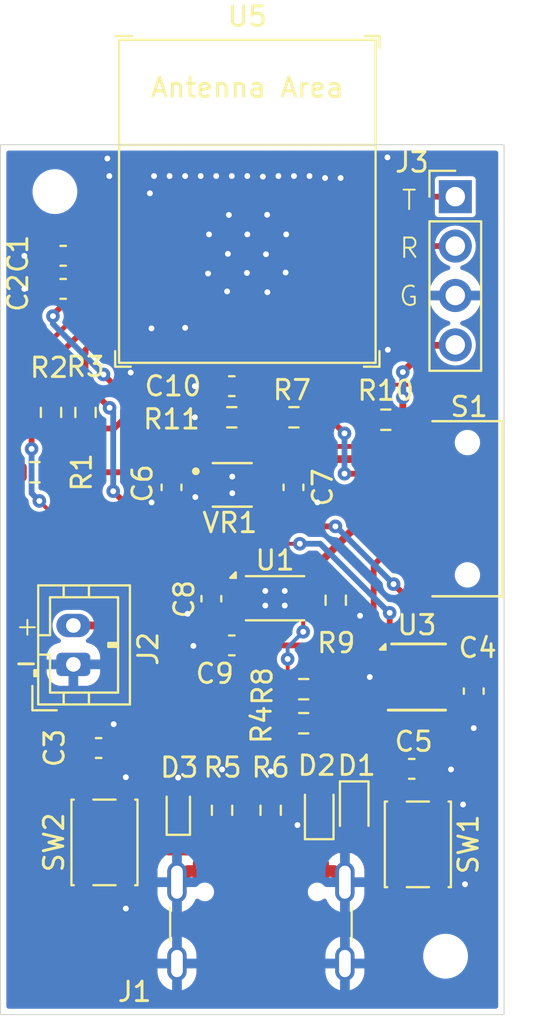
<source format=kicad_pcb>
(kicad_pcb (version 20240108) (generator "pcbnew") (generator_version "8.0")
  (layers (0 "F.Cu" signal) (31 "B.Cu" signal) (34 "B.Paste" user) (35 "F.Paste" user) (36 "B.SilkS" user "B.Silkscreen") (37 "F.SilkS" user "F.Silkscreen") (38 "B.Mask" user) (39 "F.Mask" user) (44 "Edge.Cuts" user))
  (net 0 "")
  (net 1 "GND")
  (net 2 "+3V3")
  (net 3 "/EN")
  (net 4 "/GPIO9")
  (net 5 "/OUT")
  (net 6 "/USB_5V")
  (net 7 "/V_BAT")
  (net 8 "Net-(D1-K)")
  (net 9 "Net-(D2-A)")
  (net 10 "Net-(J1-CC1)")
  (net 17 "Net-(J1-CC2)")
  (net 18 "/U0TXD")
  (net 19 "/U0RXD")
  (net 20 "/SDA")
  (net 21 "/SCL")
  (net 22 "Net-(C9-Pad1)")
  (net 23 "Net-(U1-STAT)")
  (net 24 "Net-(U5-GPIO8)")
  (net 25 "Net-(U1-PROG)")
  (net 53 "/GPIO4")
  (footprint "Resistor_SMD:R_0603_1608Metric" (layer "F.Cu") (at 127.2 93.55 90)
    (property "Reference" "R2")
    (property "Value" "4.7KΩ" (hide yes))
  )
  (footprint "Connector_USB:USB_C_Receptacle_GCT_USB4105-xx-A_16P_TopMnt_Horizontal" (layer "F.Cu") (at 138 120.8)
    (property "Reference" "J1")
    (property "Value" "USB_C_Receptacle_USB2.0_16P" (hide yes))
  )
  (footprint "Package_SON:Texas_PWSON-N6" (layer "F.Cu") (at 146.025 107.15)
    (property "Reference" "U3")
    (property "Value" "HDC1080" (hide yes))
  )
  (footprint "Resistor_SMD:R_0603_1608Metric" (layer "F.Cu") (at 140.2 109.525 180)
    (property "Reference" "R4")
    (property "Value" "470Ω" (hide yes))
  )
  (footprint "Capacitor_SMD:C_0603_1608Metric" (layer "F.Cu") (at 136.5 92.2 180)
    (property "Reference" "C10")
    (property "Value" "0.1uF" (hide yes))
  )
  (footprint "Resistor_SMD:R_0603_1608Metric" (layer "F.Cu") (at 136 114 90)
    (property "Reference" "R5")
    (property "Value" "5.1KΩ" (hide yes))
  )
  (footprint "Diode_SMD:D_SOD-523" (layer "F.Cu") (at 133.75 114 90)
    (property "Reference" "D3")
    (property "Value" "TPD1E10B06DPYR" (hide yes))
  )
  (footprint "Resistor_SMD:R_0603_1608Metric" (layer "F.Cu") (at 139.7 93.8 180)
    (property "Reference" "R7")
    (property "Value" "470KΩ" (hide yes))
  )
  (footprint "Resistor_SMD:R_0603_1608Metric" (layer "F.Cu") (at 140.2 107.775)
    (property "Reference" "R8")
    (property "Value" "470Ω" (hide yes))
  )
  (footprint "Capacitor_SMD:C_0603_1608Metric" (layer "F.Cu") (at 129.65 110.8)
    (property "Reference" "C3")
    (property "Value" "1uF" (hide yes))
  )
  (footprint "Capacitor_SMD:C_0603_1608Metric" (layer "F.Cu") (at 135.45 103.125 90)
    (property "Reference" "C8")
    (property "Value" "4.7uF" (hide yes))
  )
  (footprint "Capacitor_SMD:C_0603_1608Metric" (layer "F.Cu") (at 145.76 111.87)
    (property "Reference" "C5")
    (property "Value" "0.1uF" (hide yes))
  )
  (footprint "Package_DFN_QFN:DFN-8-1EP_3x2mm_P0.5mm_EP1.7x1.4mm" (layer "F.Cu") (at 138.725 103.1)
    (property "Reference" "U1")
    (property "Value" "MCP73831-2-MC" (hide yes))
  )
  (footprint "Resistor_SMD:R_0603_1608Metric" (layer "F.Cu") (at 141.85 103.2 -90)
    (property "Reference" "R9")
    (property "Value" "2KΩ" (hide yes))
  )
  (footprint "Capacitor_SMD:C_0603_1608Metric" (layer "F.Cu") (at 148.95 107.875 -90)
    (property "Reference" "C4")
    (property "Value" "0.1uF" (hide yes))
  )
  (footprint "LED_SMD:LED_0603_1608Metric" (layer "F.Cu") (at 142.8 114 -90)
    (property "Reference" "D1")
    (property "Value" "RED" (hide yes))
  )
  (footprint "Capacitor_SMD:C_0603_1608Metric" (layer "F.Cu") (at 139.675 97.4 -90)
    (property "Reference" "C7")
    (property "Value" "1uF" (hide yes))
  )
  (footprint "Resistor_SMD:R_0603_1608Metric" (layer "F.Cu") (at 138.5 114 -90)
    (property "Reference" "R6")
    (property "Value" "5.1KΩ" (hide yes))
  )
  (footprint "Resistor_SMD:R_0603_1608Metric" (layer "F.Cu") (at 126.375 96.625 180)
    (property "Reference" "R1")
    (property "Value" "10KΩ" (hide yes))
  )
  (footprint "Connector_PinHeader_2.54mm:PinHeader_1x04_P2.54mm_Vertical" (layer "F.Cu") (at 148 82.46)
    (property "Reference" "J3")
    (property "Value" "UART" (hide yes))
  )
  (footprint "MountingHole:MountingHole_2mm" (layer "F.Cu") (at 127.4 82.2)
    (property "Reference" "H1" (hide yes))
    (property "Value" "MountingHole" (hide yes))
  )
  (footprint "Capacitor_SMD:C_0603_1608Metric" (layer "F.Cu") (at 136.5 105.525 180)
    (property "Reference" "C9")
    (property "Value" "4.7uF" (hide yes))
  )
  (footprint "Button_Switch_SMD:SW_SPST_PTS810" (layer "F.Cu") (at 129.95 115.65 90)
    (property "Reference" "SW2")
    (property "Value" "RESET" (hide yes))
  )
  (footprint "PCM_Espressif:ESP32-H2-MINI-1" (layer "F.Cu") (at 137.3 82.7)
    (property "Reference" "U5")
    (property "Value" "ESP32-H2-MINI-1" (hide yes))
  )
  (footprint "Resistor_SMD:R_0603_1608Metric" (layer "F.Cu") (at 128.975 93.55 90)
    (property "Reference" "R3")
    (property "Value" "4.7KΩ" (hide yes))
  )
  (footprint "MountingHole:MountingHole_2mm" (layer "F.Cu") (at 147.5 121.5)
    (property "Reference" "H2" (hide yes))
    (property "Value" "MountingHole" (hide yes))
  )
  (footprint "Button_Switch_SMD:SW_SPST_PTS810" (layer "F.Cu") (at 146.075 115.75 -90)
    (property "Reference" "SW1")
    (property "Value" "BOOT" (hide yes))
  )
  (footprint "Capacitor_SMD:C_0603_1608Metric" (layer "F.Cu") (at 127.825 85.5 180)
    (property "Reference" "C1")
    (property "Value" "10uF" (hide yes))
  )
  (footprint "Resistor_SMD:R_0603_1608Metric" (layer "F.Cu") (at 144.425 93.925 180)
    (property "Reference" "R10")
    (property "Value" "10KΩ" (hide yes))
  )
  (footprint "TLV75533PDRVR:VREG_TLV75533PDRVR" (layer "F.Cu") (at 136.525 97.275)
    (property "Reference" "VR1")
    (property "Value" "TLV75533PDRVR" (hide yes))
  )
  (footprint "Connector_JST:JST_PH_B2B-PH-K_1x02_P2.00mm_Vertical" (layer "F.Cu") (at 128.35 106.5 90)
    (property "Reference" "J2")
    (property "Value" "Bat_Conn" (hide yes))
  )
  (footprint "LED_SMD:LED_0603_1608Metric" (layer "F.Cu") (at 141 114 90)
    (property "Reference" "D2")
    (property "Value" "GREEN" (hide yes))
  )
  (footprint "Capacitor_SMD:C_0603_1608Metric" (layer "F.Cu") (at 127.825 87.2 180)
    (property "Reference" "C2")
    (property "Value" "0.1uF" (hide yes))
  )
  (footprint "Resistor_SMD:R_0603_1608Metric" (layer "F.Cu") (at 136.5 93.8 180)
    (property "Reference" "R11")
    (property "Value" "100KΩ" (hide yes))
  )
  (footprint "JS102011SAQN:SW_JS102011SAQN" (layer "F.Cu") (at 148.625 98.5 90)
    (property "Reference" "S1")
    (property "Value" "JS102011SAQN" (hide yes))
  )
  (footprint "Capacitor_SMD:C_0603_1608Metric" (layer "F.Cu") (at 133.4 97.4 -90)
    (property "Reference" "C6")
    (property "Value" "1uF" (hide yes))
  )
  (gr_rect (start 124.6 79.79) (end 150.51 124.5) (stroke (width 0.05)) (fill none) (layer "Edge.Cuts"))
  (gr_text "-" (at 125.2 106.4 0) (layer "F.SilkS") (effects (font (size 1 1)) (justify left)))
  (gr_text "T" (at 145.18 82.64 0) (layer "F.SilkS") (effects (font (size 1 1) (thickness 0.1)) (justify left)))
  (gr_text "+" (at 125.3 105.1 0) (layer "F.SilkS") (effects (font (size 1 1) (thickness 0.1)) (justify left bottom)))
  (gr_text "G" (at 145.04 87.57 0) (layer "F.SilkS") (effects (font (size 1 1) (thickness 0.1)) (justify left)))
  (gr_text "R" (at 145.07 85.1 0) (layer "F.SilkS") (effects (font (size 1 1) (thickness 0.1)) (justify left)))
  (segment (start 133.3 80.5) (end 133.3 81.4) (width 0.35) (layer "F.Cu") (net 1))
  (segment (start 134.1 90.3) (end 134.1 89.2) (width 0.35) (layer "F.Cu") (net 1))
  (segment (start 131.35 90.35) (end 131.35 91.45) (width 0.35) (layer "F.Cu") (net 1))
  (segment (start 135.675 93.8) (end 134.6 93.8) (width 0.6) (layer "F.Cu") (net 1))
  (segment (start 144.51 90.35) (end 144.53 90.33) (width 0.6) (layer "F.Cu") (net 1))
  (segment (start 131.35 91.45) (end 131.3 91.5) (width 0.2) (layer "F.Cu") (net 1))
  (segment (start 143.25 90.35) (end 144.51 90.35) (width 0.6) (layer "F.Cu") (net 1))
  (segment (start 144.625 107.15) (end 143.6 107.15) (width 0.35) (layer "F.Cu") (net 1))
  (segment (start 132.37 89.23) (end 132.2 89.4) (width 0.35) (layer "F.Cu") (net 1))
  (segment (start 148.475 117.825) (end 148.5 117.8) (width 0.2) (layer "F.Cu") (net 1))
  (segment (start 143.25 80.45) (end 144.5 80.45) (width 0.6) (layer "F.Cu") (net 1))
  (segment (start 139.7 81.4) (end 139.7 80.5) (width 0.35) (layer "F.Cu") (net 1))
  (segment (start 132.2 89.4) (end 131.4 89.4) (width 0.35) (layer "F.Cu") (net 1))
  (segment (start 131.4 81.4) (end 130.2 81.4) (width 0.35) (layer "F.Cu") (net 1))
  (segment (start 136.5 80.5) (end 136.5 81.4) (width 0.35) (layer "F.Cu") (net 1))
  (segment (start 140.905 98.175) (end 139.675 98.175) (width 0.6) (layer "F.Cu") (net 1))
  (segment (start 135.7 81.4) (end 135.7 80.5) (width 0.35) (layer "F.Cu") (net 1))
  (segment (start 141.25 117.07) (end 141.2 117.12) (width 0.2) (layer "F.Cu") (net 1))
  (segment (start 148.375 113.675) (end 148.4 113.7) (width 0.2) (layer "F.Cu") (net 1))
  (segment (start 131.025 113.575) (end 131.025 112.325) (width 0.6) (layer "F.Cu") (net 1))
  (segment (start 140.175 103.35) (end 141.175 103.35) (width 0.2) (layer "F.Cu") (net 1))
  (segment (start 139.9075 114.7875) (end 139.88 114.76) (width 0.6) (layer "F.Cu") (net 1))
  (segment (start 134.255 117.12) (end 133.68 117.695) (width 0.6) (layer "F.Cu") (net 1))
  (segment (start 138.9 81.4) (end 138.9 80.5) (width 0.35) (layer "F.Cu") (net 1))
  (segment (start 141.85 104.025) (end 143.075 104.025) (width 0.6) (layer "F.Cu") (net 1))
  (segment (start 131.025 117.725) (end 131.025 119.025) (width 0.6) (layer "F.Cu") (net 1))
  (segment (start 127.05 87.2) (end 125.825 87.2) (width 0.6) (layer "F.Cu") (net 1))
  (segment (start 141.175 103.35) (end 141.85 104.025) (width 0.2) (layer "F.Cu") (net 1))
  (segment (start 131.025 112.325) (end 131.05 112.3) (width 0.6) (layer "F.Cu") (net 1))
  (segment (start 133.75 112.33) (end 133.74 112.32) (width 0.6) (layer "F.Cu") (net 1))
  (segment (start 138.1 80.5) (end 138.1 81.43) (width 0.35) (layer "F.Cu") (net 1))
  (segment (start 148.95 108.65) (end 148.95 109.775) (width 0.6) (layer "F.Cu") (net 1))
  (segment (start 127.05 85.5) (end 125.825 85.5) (width 0.6) (layer "F.Cu") (net 1))
  (segment (start 134.8 117.12) (end 134.255 117.12) (width 0.6) (layer "F.Cu") (net 1))
  (segment (start 132.2875 82.2875) (end 132.2 82.2) (width 0.35) (layer "F.Cu") (net 1))
  (segment (start 132.2 82.2) (end 131.4 82.2) (width 0.35) (layer "F.Cu") (net 1))
  (segment (start 147.78 111.9) (end 146.565 111.9) (width 0.6) (layer "F.Cu") (net 1))
  (segment (start 141.745 117.12) (end 142.32 117.695) (width 0.6) (layer "F.Cu") (net 1))
  (segment (start 131.025 119.025) (end 131.05 119.05) (width 0.6) (layer "F.Cu") (net 1))
  (segment (start 132.5 81.4) (end 132.5 80.5) (width 0.35) (layer "F.Cu") (net 1))
  (segment (start 143.075 104.025) (end 143.1 104) (width 0.6) (layer "F.Cu") (net 1))
  (segment (start 135.55 97.925) (end 134.65 97.925) (width 0.25) (layer "F.Cu") (net 1))
  (segment (start 135.725 92.2) (end 134.6 92.2) (width 0.6) (layer "F.Cu") (net 1))
  (segment (start 130.425 110.8) (end 130.425 109.575) (width 0.6) (layer "F.Cu") (net 1))
  (segment (start 146.565 111.9) (end 146.535 111.87) (width 0.6) (layer "F.Cu") (net 1))
  (segment (start 147.15 113.675) (end 148.375 113.675) (width 0.6) (layer "F.Cu") (net 1))
  (segment (start 136 111.9) (end 136 113.175) (width 0.6) (layer "F.Cu") (net 1))
  (segment (start 138.5 113.175) (end 138.5 112) (width 0.6) (layer "F.Cu") (net 1))
  (segment (start 141.2 117.12) (end 141.745 117.12) (width 0.6) (layer "F.Cu") (net 1))
  (segment (start 134.1 81.4) (end 134.1 80.5) (width 0.35) (layer "F.Cu") (net 1))
  (segment (start 134.9 81.4) (end 134.9 80.5) (width 0.35) (layer "F.Cu") (net 1))
  (segment (start 144.5 80.45) (end 144.51 80.44) (width 0.6) (layer "F.Cu") (net 1))
  (segment (start 134.55 105.525) (end 134.525 105.55) (width 0.6) (layer "F.Cu") (net 1))
  (segment (start 135.725 105.525) (end 134.55 105.525) (width 0.6) (layer "F.Cu") (net 1))
  (segment (start 133.75 113.3) (end 133.75 112.33) (width 0.6) (layer "F.Cu") (net 1))
  (segment (start 134.65 97.925) (end 134.625 97.9) (width 0.25) (layer "F.Cu") (net 1))
  (segment (start 135.45 103.9) (end 134.225 103.9) (width 0.6) (layer "F.Cu") (net 1))
  (segment (start 142.1 80.5) (end 142.1 81.5) (width 0.35) (layer "F.Cu") (net 1))
  (segment (start 140.5 81.4) (end 140.5 80.5) (width 0.35) (layer "F.Cu") (net 1))
  (segment (start 130.15 80.45) (end 130.1 80.5) (width 0.2) (layer "F.Cu") (net 1))
  (segment (start 132.375 98.175) (end 133.4 98.175) (width 0.6) (layer "F.Cu") (net 1))
  (segment (start 141 114.7875) (end 139.9075 114.7875) (width 0.6) (layer "F.Cu") (net 1))
  (segment (start 131.35 80.45) (end 130.15 80.45) (width 0.35) (layer "F.Cu") (net 1))
  (segment (start 137.3 80.5) (end 137.3 81.4) (width 0.35) (layer "F.Cu") (net 1))
  (segment (start 141.3 80.5) (end 141.3 81.5) (width 0.35) (layer "F.Cu") (net 1))
  (segment (start 147.15 117.825) (end 148.475 117.825) (width 0.6) (layer "F.Cu") (net 1))
  (via (at 136.525 96.85) (size 0.7) (drill 0.3) (layers "F.Cu" "B.Cu") (net 1))
  (via (at 144.53 90.33) (size 0.7) (drill 0.3) (layers "F.Cu" "B.Cu") (net 1))
  (via (at 133.3 81.4) (size 0.7) (drill 0.3) (layers "F.Cu" "B.Cu") (net 1))
  (via (at 131.3 91.5) (size 0.7) (drill 0.3) (layers "F.Cu" "B.Cu") (net 1))
  (via (at 137.3 84.4) (size 0.7) (drill 0.3) (layers "F.Cu" "B.Cu") (net 1))
  (via (at 138.5 112) (size 0.7) (drill 0.3) (layers "F.Cu" "B.Cu") (net 1))
  (via (at 137.28 86.38) (size 0.7) (drill 0.3) (layers "F.Cu" "B.Cu") (net 1))
  (via (at 138.1 81.43) (size 0.7) (drill 0.3) (layers "F.Cu" "B.Cu") (net 1))
  (via (at 138.225 102.725) (size 0.7) (drill 0.3) (layers "F.Cu" "B.Cu") (net 1))
  (via (at 136.35 83.4) (size 0.7) (drill 0.3) (layers "F.Cu" "B.Cu") (net 1))
  (via (at 134.225 103.9) (size 0.7) (drill 0.3) (layers "F.Cu" "B.Cu") (net 1))
  (via (at 135.7 81.4) (size 0.7) (drill 0.3) (layers "F.Cu" "B.Cu") (net 1))
  (via (at 144.51 80.44) (size 0.7) (drill 0.3) (layers "F.Cu" "B.Cu") (net 1))
  (via (at 138.9 81.4) (size 0.7) (drill 0.3) (layers "F.Cu" "B.Cu") (net 1))
  (via (at 138.26 85.42) (size 0.7) (drill 0.3) (layers "F.Cu" "B.Cu") (net 1))
  (via (at 136.26 87.33) (size 0.7) (drill 0.3) (layers "F.Cu" "B.Cu") (net 1))
  (via (at 147.78 111.9) (size 0.7) (drill 0.3) (layers "F.Cu" "B.Cu") (net 1))
  (via (at 139.3 84.4) (size 0.7) (drill 0.3) (layers "F.Cu" "B.Cu") (net 1))
  (via (at 132.375 98.175) (size 0.7) (drill 0.3) (layers "F.Cu" "B.Cu") (net 1))
  (via (at 130.1 80.5) (size 0.7) (drill 0.3) (layers "F.Cu" "B.Cu") (net 1))
  (via (at 131.05 112.3) (size 0.7) (drill 0.3) (layers "F.Cu" "B.Cu") (net 1))
  (via (at 135.28 86.41) (size 0.7) (drill 0.3) (layers "F.Cu" "B.Cu") (net 1))
  (via (at 148.5 117.8) (size 0.7) (drill 0.3) (layers "F.Cu" "B.Cu") (net 1))
  (via (at 130.2 81.4) (size 0.7) (drill 0.3) (layers "F.Cu" "B.Cu") (net 1))
  (via (at 143.6 107.15) (size 0.7) (drill 0.3) (layers "F.Cu" "B.Cu") (net 1))
  (via (at 132.5 81.4) (size 0.7) (drill 0.3) (layers "F.Cu" "B.Cu") (net 1))
  (via (at 136.525 97.7) (size 0.7) (drill 0.3) (layers "F.Cu" "B.Cu") (net 1))
  (via (at 140.5 81.4) (size 0.7) (drill 0.3) (layers "F.Cu" "B.Cu") (net 1))
  (via (at 139.225 102.725) (size 0.7) (drill 0.3) (layers "F.Cu" "B.Cu") (net 1))
  (via (at 133.74 112.32) (size 0.7) (drill 0.3) (layers "F.Cu" "B.Cu") (net 1))
  (via (at 134.625 97.9) (size 0.7) (drill 0.3) (layers "F.Cu" "B.Cu") (net 1))
  (via (at 140.905 98.175) (size 0.7) (drill 0.3) (layers "F.Cu" "B.Cu") (net 1))
  (via (at 137.3 81.4) (size 0.7) (drill 0.3) (layers "F.Cu" "B.Cu") (net 1))
  (via (at 139.88 114.76) (size 0.7) (drill 0.3) (layers "F.Cu" "B.Cu") (net 1))
  (via (at 139.27 86.36) (size 0.7) (drill 0.3) (layers "F.Cu" "B.Cu") (net 1))
  (via (at 134.1 81.4) (size 0.7) (drill 0.3) (layers "F.Cu" "B.Cu") (net 1))
  (via (at 130.425 109.575) (size 0.7) (drill 0.3) (layers "F.Cu" "B.Cu") (net 1))
  (via (at 138.225 103.475) (size 0.7) (drill 0.3) (layers "F.Cu" "B.Cu") (net 1))
  (via (at 134.9 81.4) (size 0.7) (drill 0.3) (layers "F.Cu" "B.Cu") (net 1))
  (via (at 134.6 92.2) (size 0.7) (drill 0.3) (layers "F.Cu" "B.Cu") (net 1))
  (via (at 132.2875 82.2875) (size 0.7) (drill 0.3) (layers "F.Cu" "B.Cu") (net 1))
  (via (at 134.6 93.8) (size 0.7) (drill 0.3) (layers "F.Cu" "B.Cu") (net 1))
  (via (at 138.32 83.39) (size 0.7) (drill 0.3) (layers "F.Cu" "B.Cu") (net 1))
  (via (at 138.33 87.37) (size 0.7) (drill 0.3) (layers "F.Cu" "B.Cu") (net 1))
  (via (at 148.95 109.775) (size 0.7) (drill 0.3) (layers "F.Cu" "B.Cu") (net 1))
  (via (at 143.1 104) (size 0.7) (drill 0.3) (layers "F.Cu" "B.Cu") (net 1))
  (via (at 136.5 81.4) (size 0.7) (drill 0.3) (layers "F.Cu" "B.Cu") (net 1))
  (via (at 139.225 103.475) (size 0.7) (drill 0.3) (layers "F.Cu" "B.Cu") (net 1))
  (via (at 131.05 119.05) (size 0.7) (drill 0.3) (layers "F.Cu" "B.Cu") (net 1))
  (via (at 134.1 89.2) (size 0.7) (drill 0.3) (layers "F.Cu" "B.Cu") (net 1))
  (via (at 148.4 113.7) (size 0.7) (drill 0.3) (layers "F.Cu" "B.Cu") (net 1))
  (via (at 134.525 105.55) (size 0.7) (drill 0.3) (layers "F.Cu" "B.Cu") (net 1))
  (via (at 136 111.9) (size 0.7) (drill 0.3) (layers "F.Cu" "B.Cu") (net 1))
  (via (at 139.7 81.4) (size 0.7) (drill 0.3) (layers "F.Cu" "B.Cu") (net 1))
  (via (at 135.33 84.4) (size 0.7) (drill 0.3) (layers "F.Cu" "B.Cu") (net 1))
  (via (at 125.825 85.5) (size 0.7) (drill 0.3) (layers "F.Cu" "B.Cu") (net 1))
  (via (at 142.1 81.5) (size 0.7) (drill 0.3) (layers "F.Cu" "B.Cu") (net 1))
  (via (at 136.3 85.4) (size 0.7) (drill 0.3) (layers "F.Cu" "B.Cu") (net 1))
  (via (at 132.37 89.23) (size 0.7) (drill 0.3) (layers "F.Cu" "B.Cu") (net 1))
  (via (at 125.825 87.2) (size 0.7) (drill 0.3) (layers "F.Cu" "B.Cu") (net 1))
  (via (at 141.3 81.5) (size 0.7) (drill 0.3) (layers "F.Cu" "B.Cu") (net 1))
  (segment (start 143.71 94.9) (end 143.31 95.3) (width 0.25) (layer "F.Cu") (net 2))
  (segment (start 143.31 95.3) (end 135.95 95.3) (width 0.25) (layer "F.Cu") (net 2))
  (segment (start 127.2 96.625) (end 127.2 94.375) (width 0.3) (layer "F.Cu") (net 2))
  (segment (start 148.9 107.15) (end 148.95 107.1) (width 0.35) (layer "F.Cu") (net 2))
  (segment (start 133.4 96.625) (end 127.2 96.625) (width 0.3) (layer "F.Cu") (net 2))
  (segment (start 131.175 93.65) (end 131.175 92.875) (width 0.3) (layer "F.Cu") (net 2))
  (segment (start 133.725 96.95) (end 133.4 96.625) (width 0.2) (layer "F.Cu") (net 2))
  (segment (start 128.6 87.2) (end 128.6 85.5) (width 0.3) (layer "F.Cu") (net 2))
  (segment (start 130.45 94.375) (end 131.175 93.65) (width 0.3) (layer "F.Cu") (net 2))
  (segment (start 147.425 107.15) (end 148.9 107.15) (width 0.35) (layer "F.Cu") (net 2))
  (segment (start 135.95 95.3) (end 135.55 95.7) (width 0.25) (layer "F.Cu") (net 2))
  (segment (start 135.55 96.625) (end 133.4 96.625) (width 0.25) (layer "F.Cu") (net 2))
  (segment (start 128.6 87.29) (end 128.6 87.2) (width 0.2) (layer "F.Cu") (net 2))
  (segment (start 127.2 94.375) (end 128.975 94.375) (width 0.3) (layer "F.Cu") (net 2))
  (segment (start 145.25 93.925) (end 145.3 93.875) (width 0.35) (layer "F.Cu") (net 2))
  (segment (start 147.625 95.125) (end 146.425 93.925) (width 0.35) (layer "F.Cu") (net 2))
  (segment (start 128.6 87.23) (end 128.6 87.2) (width 0.3) (layer "F.Cu") (net 2))
  (segment (start 129.72922 91.42922) (end 129.9 91.6) (width 0.2) (layer "F.Cu") (net 2))
  (segment (start 135.55 95.7) (end 135.55 96.625) (width 0.25) (layer "F.Cu") (net 2))
  (segment (start 127.3 88.6) (end 127.3 88.53) (width 0.3) (layer "F.Cu") (net 2))
  (segment (start 147.98 90.1) (end 148 90.08) (width 0.35) (layer "F.Cu") (net 2))
  (segment (start 146.675 90.1) (end 147.98 90.1) (width 0.35) (layer "F.Cu") (net 2))
  (segment (start 128.975 94.375) (end 130.45 94.375) (width 0.3) (layer "F.Cu") (net 2))
  (segment (start 145.3 91.475) (end 146.675 90.1) (width 0.35) (layer "F.Cu") (net 2))
  (segment (start 146.425 93.925) (end 145.25 93.925) (width 0.35) (layer "F.Cu") (net 2))
  (segment (start 131.175 92.875) (end 129.9 91.6) (width 0.3) (layer "F.Cu") (net 2))
  (segment (start 130.6 83) (end 128.6 85) (width 0.3) (layer "F.Cu") (net 2))
  (segment (start 127.3 88.6) (end 127.3 88.59) (width 0.2) (layer "F.Cu") (net 2))
  (segment (start 145.25 93.925) (end 145.25 94.4) (width 0.25) (layer "F.Cu") (net 2))
  (segment (start 145.25 94.4) (end 144.75 94.9) (width 0.25) (layer "F.Cu") (net 2))
  (segment (start 147.625 103.325) (end 147.625 95.125) (width 0.35) (layer "F.Cu") (net 2))
  (segment (start 148.95 107.1) (end 148.95 104.65) (width 0.35) (layer "F.Cu") (net 2))
  (segment (start 144.75 94.9) (end 143.71 94.9) (width 0.25) (layer "F.Cu") (net 2))
  (segment (start 131.4 83) (end 130.6 83) (width 0.3) (layer "F.Cu") (net 2))
  (segment (start 148.95 104.65) (end 147.625 103.325) (width 0.35) (layer "F.Cu") (net 2))
  (segment (start 145.3 93.875) (end 145.3 92.775) (width 0.35) (layer "F.Cu") (net 2))
  (segment (start 127.3 88.53) (end 128.6 87.23) (width 0.3) (layer "F.Cu") (net 2))
  (segment (start 128.6 85) (end 128.6 85.5) (width 0.3) (layer "F.Cu") (net 2))
  (via (at 127.3 88.6) (size 0.7) (drill 0.3) (layers "F.Cu" "B.Cu") (net 2))
  (via (at 129.9 91.6) (size 0.7) (drill 0.3) (layers "F.Cu" "B.Cu") (net 2))
  (via (at 145.3 92.775) (size 0.7) (drill 0.3) (layers "F.Cu" "B.Cu") (net 2))
  (via (at 145.3 91.475) (size 0.7) (drill 0.3) (layers "F.Cu" "B.Cu") (net 2))
  (segment (start 145.3 92.775) (end 145.3 91.475) (width 0.35) (layer "B.Cu") (net 2))
  (segment (start 127.3 89) (end 127.3 88.6) (width 0.3) (layer "B.Cu") (net 2))
  (segment (start 129.9 91.6) (end 127.3 89) (width 0.3) (layer "B.Cu") (net 2))
  (segment (start 129.9 91.6) (end 129.803139 91.503139) (width 0.2) (layer "B.Cu") (net 2))
  (segment (start 128.875 113.575) (end 128.875 110.8) (width 0.2) (layer "F.Cu") (net 3))
  (segment (start 125.525 96.6) (end 125.55 96.625) (width 0.25) (layer "F.Cu") (net 3))
  (segment (start 125.525 91.534052) (end 125.525 96.6) (width 0.25) (layer "F.Cu") (net 3))
  (segment (start 127.05 110.8) (end 128.875 110.8) (width 0.25) (layer "F.Cu") (net 3))
  (segment (start 130.059052 87) (end 125.525 91.534052) (width 0.25) (layer "F.Cu") (net 3))
  (segment (start 125.55 109.3) (end 127.05 110.8) (width 0.25) (layer "F.Cu") (net 3))
  (segment (start 128.875 117.725) (end 128.875 113.575) (width 0.2) (layer "F.Cu") (net 3))
  (segment (start 125.55 96.625) (end 125.55 109.3) (width 0.25) (layer "F.Cu") (net 3))
  (segment (start 131.4 87) (end 130.059052 87) (width 0.25) (layer "F.Cu") (net 3))
  (segment (start 141.3 91.2) (end 141.3 90.3) (width 0.2) (layer "F.Cu") (net 4))
  (segment (start 148.525 92.125) (end 142.225 92.125) (width 0.2) (layer "F.Cu") (net 4))
  (segment (start 145 111.885) (end 145 113.675) (width 0.2) (layer "F.Cu") (net 4))
  (segment (start 149.95 93.55) (end 148.525 92.125) (width 0.2) (layer "F.Cu") (net 4))
  (segment (start 145.12 111) (end 149 111) (width 0.2) (layer "F.Cu") (net 4))
  (segment (start 149 111) (end 149.95 110.05) (width 0.2) (layer "F.Cu") (net 4))
  (segment (start 144.985 111.87) (end 145 111.885) (width 0.2) (layer "F.Cu") (net 4))
  (segment (start 144.985 111.135) (end 145.12 111) (width 0.2) (layer "F.Cu") (net 4))
  (segment (start 142.225 92.125) (end 141.3 91.2) (width 0.2) (layer "F.Cu") (net 4))
  (segment (start 144.985 111.87) (end 144.985 111.135) (width 0.2) (layer "F.Cu") (net 4))
  (segment (start 145 117.825) (end 145 113.675) (width 0.2) (layer "F.Cu") (net 4))
  (segment (start 149.95 110.05) (end 149.95 93.55) (width 0.2) (layer "F.Cu") (net 4))
  (segment (start 139.68 96.62) (end 139.675 96.625) (width 0.4) (layer "F.Cu") (net 5))
  (segment (start 137.5 97.925) (end 138.375 97.925) (width 0.25) (layer "F.Cu") (net 5))
  (segment (start 141.58 95.95) (end 140.91 96.62) (width 0.4) (layer "F.Cu") (net 5))
  (segment (start 145.875 96) (end 145.825 95.95) (width 0.4) (layer "F.Cu") (net 5))
  (segment (start 140.91 96.62) (end 139.68 96.62) (width 0.4) (layer "F.Cu") (net 5))
  (segment (start 138.525 96.625) (end 139.675 96.625) (width 0.25) (layer "F.Cu") (net 5))
  (segment (start 145.825 95.95) (end 141.58 95.95) (width 0.4) (layer "F.Cu") (net 5))
  (segment (start 137.5 96.625) (end 138.525 96.625) (width 0.25) (layer "F.Cu") (net 5))
  (segment (start 138.375 97.925) (end 139.675 96.625) (width 0.25) (layer "F.Cu") (net 5))
  (segment (start 133.75 115.75) (end 133.75 114.7) (width 0.35) (layer "F.Cu") (net 6))
  (segment (start 133.55 102.35) (end 135.45 102.35) (width 0.35) (layer "F.Cu") (net 6))
  (segment (start 135.199999 116.145) (end 134.145 116.145) (width 0.35) (layer "F.Cu") (net 6))
  (segment (start 142.8 114.7875) (end 142.8 115.9) (width 0.2) (layer "F.Cu") (net 6))
  (segment (start 133.245 116.145) (end 132.5 115.4) (width 0.35) (layer "F.Cu") (net 6))
  (segment (start 134.145 116.145) (end 133.75 115.75) (width 0.35) (layer "F.Cu") (net 6))
  (segment (start 132.5 115.4) (end 132.5 103.4) (width 0.35) (layer "F.Cu") (net 6))
  (segment (start 135.6 117.8) (end 135.6 117.12) (width 0.3) (layer "F.Cu") (net 6))
  (segment (start 137.275 102.35) (end 135.45 102.35) (width 0.2) (layer "F.Cu") (net 6))
  (segment (start 135.6 116.545001) (end 135.6 117.12) (width 0.35) (layer "F.Cu") (net 6))
  (segment (start 132.5 103.4) (end 133.55 102.35) (width 0.35) (layer "F.Cu") (net 6))
  (segment (start 140.4 116.5) (end 140.4 117.12) (width 0.2) (layer "F.Cu") (net 6))
  (segment (start 140.8 116.1) (end 140.4 116.5) (width 0.2) (layer "F.Cu") (net 6))
  (segment (start 142.8 115.9) (end 142.6 116.1) (width 0.2) (layer "F.Cu") (net 6))
  (segment (start 142.6 116.1) (end 140.8 116.1) (width 0.2) (layer "F.Cu") (net 6))
  (segment (start 136.1 118.3) (end 135.6 117.8) (width 0.3) (layer "F.Cu") (net 6))
  (segment (start 137.275 102.85) (end 137.275 102.35) (width 0.2) (layer "F.Cu") (net 6))
  (segment (start 140.4 117.12) (end 140.4 117.8) (width 0.3) (layer "F.Cu") (net 6))
  (segment (start 134.145 116.145) (end 133.245 116.145) (width 0.35) (layer "F.Cu") (net 6))
  (segment (start 139.9 118.3) (end 136.1 118.3) (width 0.3) (layer "F.Cu") (net 6))
  (segment (start 140.4 117.8) (end 139.9 118.3) (width 0.3) (layer "F.Cu") (net 6))
  (segment (start 135.199999 116.145) (end 135.6 116.545001) (width 0.35) (layer "F.Cu") (net 6))
  (segment (start 140.525 93.8) (end 141.475 93.8) (width 0.3) (layer "F.Cu") (net 7))
  (segment (start 144.075 96.7) (end 145.875 98.5) (width 0.3) (layer "F.Cu") (net 7))
  (segment (start 142.3 96.7) (end 144.075 96.7) (width 0.3) (layer "F.Cu") (net 7))
  (segment (start 143.8 98.5) (end 141.2 101.1) (width 0.4) (layer "F.Cu") (net 7))
  (segment (start 141.2 101.1) (end 133.27 101.1) (width 0.4) (layer "F.Cu") (net 7))
  (segment (start 141.475 93.8) (end 142.3 94.625) (width 0.3) (layer "F.Cu") (net 7))
  (segment (start 145.775 98.4) (end 145.875 98.5) (width 0.2) (layer "F.Cu") (net 7))
  (segment (start 129.87 104.5) (end 128.35 104.5) (width 0.4) (layer "F.Cu") (net 7))
  (segment (start 133.27 101.1) (end 129.87 104.5) (width 0.4) (layer "F.Cu") (net 7))
  (segment (start 145.875 98.5) (end 143.8 98.5) (width 0.4) (layer "F.Cu") (net 7))
  (via (at 142.3 94.625) (size 0.7) (drill 0.3) (layers "F.Cu" "B.Cu") (net 7))
  (via (at 142.3 96.7) (size 0.7) (drill 0.3) (layers "F.Cu" "B.Cu") (net 7))
  (segment (start 142.3 96.7) (end 142.3 94.625) (width 0.3) (layer "B.Cu") (net 7))
  (segment (start 142.7 108.8) (end 141.675 107.775) (width 0.2) (layer "F.Cu") (net 8))
  (segment (start 142.7 113.1125) (end 142.7 108.8) (width 0.2) (layer "F.Cu") (net 8))
  (segment (start 141.675 107.775) (end 141.025 107.775) (width 0.2) (layer "F.Cu") (net 8))
  (segment (start 142.8 113.2125) (end 142.7 113.1125) (width 0.2) (layer "F.Cu") (net 8))
  (segment (start 141 113.2125) (end 141 109.55) (width 0.2) (layer "F.Cu") (net 9))
  (segment (start 141 109.55) (end 141.025 109.525) (width 0.2) (layer "F.Cu") (net 9))
  (segment (start 136 114.825) (end 136 115.5) (width 0.25) (layer "F.Cu") (net 10))
  (segment (start 136 115.5) (end 136.75 116.25) (width 0.25) (layer "F.Cu") (net 10))
  (segment (start 136.75 116.25) (end 136.75 117.12) (width 0.25) (layer "F.Cu") (net 10))
  (segment (start 138.5 115.2) (end 139.75 116.45) (width 0.2) (layer "F.Cu") (net 17))
  (segment (start 139.75 116.45) (end 139.75 117.12) (width 0.2) (layer "F.Cu") (net 17))
  (segment (start 138.5 114.825) (end 138.5 115.2) (width 0.2) (layer "F.Cu") (net 17))
  (segment (start 143.2 84.6) (end 143.9 84.6) (width 0.3) (layer "F.Cu") (net 18))
  (segment (start 143.9 84.6) (end 146.04 82.46) (width 0.3) (layer "F.Cu") (net 18))
  (segment (start 146.04 82.46) (end 148 82.46) (width 0.3) (layer "F.Cu") (net 18))
  (segment (start 145.1 85.4) (end 145.5 85) (width 0.3) (layer "F.Cu") (net 19))
  (segment (start 145.5 85) (end 148 85) (width 0.3) (layer "F.Cu") (net 19))
  (segment (start 143.2 85.4) (end 145.1 85.4) (width 0.3) (layer "F.Cu") (net 19))
  (segment (start 130.4 87.8) (end 127.2 91) (width 0.3) (layer "F.Cu") (net 20))
  (segment (start 126.875 92.725) (end 127.2 92.725) (width 0.3) (layer "F.Cu") (net 20))
  (segment (start 126.2 95.425) (end 126.2 93.4) (width 0.3) (layer "F.Cu") (net 20))
  (segment (start 126.2 93.4) (end 126.875 92.725) (width 0.3) (layer "F.Cu") (net 20))
  (segment (start 144.625 103.85) (end 144.625 106.2) (width 0.3) (layer "F.Cu") (net 20))
  (segment (start 140 100.3) (end 128.8 100.3) (width 0.2) (layer "F.Cu") (net 20))
  (segment (start 131.4 87.8) (end 130.4 87.8) (width 0.3) (layer "F.Cu") (net 20))
  (segment (start 127.2 91) (end 127.2 92.725) (width 0.3) (layer "F.Cu") (net 20))
  (segment (start 128.8 100.3) (end 126.6 98.1) (width 0.2) (layer "F.Cu") (net 20))
  (via (at 126.2 95.425) (size 0.7) (drill 0.3) (layers "F.Cu" "B.Cu") (net 20))
  (via (at 126.6 98.1) (size 0.7) (drill 0.3) (layers "F.Cu" "B.Cu") (net 20))
  (via (at 144.625 103.85) (size 0.7) (drill 0.3) (layers "F.Cu" "B.Cu") (net 20))
  (via (at 140 100.3) (size 0.7) (drill 0.3) (layers "F.Cu" "B.Cu") (net 20))
  (segment (start 144.625 103.85) (end 144.6 103.85) (width 0.3) (layer "B.Cu") (net 20))
  (segment (start 126.2 95.425) (end 126.2 97.7) (width 0.3) (layer "B.Cu") (net 20))
  (segment (start 144.6 103.85) (end 141.05 100.3) (width 0.3) (layer "B.Cu") (net 20))
  (segment (start 126.2 97.7) (end 126.6 98.1) (width 0.3) (layer "B.Cu") (net 20))
  (segment (start 141.05 100.3) (end 140 100.3) (width 0.3) (layer "B.Cu") (net 20))
  (segment (start 132.207169 99.407169) (end 130.4 97.6) (width 0.3) (layer "F.Cu") (net 21))
  (segment (start 141.832169 99.407169) (end 132.207169 99.407169) (width 0.3) (layer "F.Cu") (net 21))
  (segment (start 129.625 92.725) (end 128.975 92.725) (width 0.3) (layer "F.Cu") (net 21))
  (segment (start 131.4 88.6) (end 130.7 88.6) (width 0.3) (layer "F.Cu") (net 21))
  (segment (start 130.2125 93.3125) (end 129.625 92.725) (width 0.3) (layer "F.Cu") (net 21))
  (segment (start 130.7 88.6) (end 128.975 90.325) (width 0.3) (layer "F.Cu") (net 21))
  (segment (start 147.425 106.2) (end 147.425 104.975) (width 0.3) (layer "F.Cu") (net 21))
  (segment (start 128.975 90.325) (end 128.975 92.725) (width 0.3) (layer "F.Cu") (net 21))
  (segment (start 147.425 104.975) (end 144.825 102.375) (width 0.3) (layer "F.Cu") (net 21))
  (via (at 130.2125 93.3125) (size 0.7) (drill 0.3) (layers "F.Cu" "B.Cu") (net 21))
  (via (at 141.832169 99.407169) (size 0.7) (drill 0.3) (layers "F.Cu" "B.Cu") (net 21))
  (via (at 144.825 102.375) (size 0.7) (drill 0.3) (layers "F.Cu" "B.Cu") (net 21))
  (via (at 130.4 97.6) (size 0.7) (drill 0.3) (layers "F.Cu" "B.Cu") (net 21))
  (segment (start 141.857169 99.407169) (end 141.832169 99.407169) (width 0.3) (layer "B.Cu") (net 21))
  (segment (start 144.825 102.375) (end 141.857169 99.407169) (width 0.3) (layer "B.Cu") (net 21))
  (segment (start 130.4 93.5) (end 130.4 97.6) (width 0.3) (layer "B.Cu") (net 21))
  (segment (start 130.2125 93.3125) (end 130.4 93.5) (width 0.3) (layer "B.Cu") (net 21))
  (segment (start 144.2 101) (end 145.875 101) (width 0.3) (layer "F.Cu") (net 22))
  (segment (start 137.275 105.525) (end 137.275 103.85) (width 0.2) (layer "F.Cu") (net 22))
  (segment (start 137.275 105.525) (end 142.56495 105.525) (width 0.3) (layer "F.Cu") (net 22))
  (segment (start 142.56495 105.525) (end 143.8 104.28995) (width 0.3) (layer "F.Cu") (net 22))
  (segment (start 137.275 103.35) (end 137.275 103.85) (width 0.2) (layer "F.Cu") (net 22))
  (segment (start 143.8 104.28995) (end 143.8 101.4) (width 0.3) (layer "F.Cu") (net 22))
  (segment (start 143.8 101.4) (end 144.2 101) (width 0.3) (layer "F.Cu") (net 22))
  (segment (start 139.375 109.525) (end 139.375 107.775) (width 0.2) (layer "F.Cu") (net 23))
  (segment (start 139.375 107.775) (end 139.375 106.225) (width 0.2) (layer "F.Cu") (net 23))
  (segment (start 140.175 104.825) (end 140.175 103.85) (width 0.2) (layer "F.Cu") (net 23))
  (via (at 140.175 104.825) (size 0.7) (drill 0.3) (layers "F.Cu" "B.Cu") (net 23))
  (via (at 139.375 106.225) (size 0.7) (drill 0.3) (layers "F.Cu" "B.Cu") (net 23))
  (segment (start 139.375 106.225) (end 139.375 105.625) (width 0.2) (layer "B.Cu") (net 23))
  (segment (start 139.375 105.625) (end 140.175 104.825) (width 0.2) (layer "B.Cu") (net 23))
  (segment (start 143.044239 93.925) (end 140.5 91.380761) (width 0.2) (layer "F.Cu") (net 24))
  (segment (start 143.6 93.925) (end 143.044239 93.925) (width 0.2) (layer "F.Cu") (net 24))
  (segment (start 140.5 91.380761) (end 140.5 90.3) (width 0.2) (layer "F.Cu") (net 24))
  (segment (start 140.175 102.35) (end 141.825 102.35) (width 0.2) (layer "F.Cu") (net 25))
  (segment (start 141.825 102.35) (end 141.85 102.375) (width 0.2) (layer "F.Cu") (net 25))
  (segment (start 137.3 92.175) (end 137.275 92.2) (width 0.3) (layer "F.Cu") (net 53))
  (segment (start 137.325 93.8) (end 138.875 93.8) (width 0.3) (layer "F.Cu") (net 53))
  (segment (start 137.275 93.75) (end 137.325 93.8) (width 0.3) (layer "F.Cu") (net 53))
  (segment (start 137.3 90.3) (end 137.3 92.175) (width 0.3) (layer "F.Cu") (net 53))
  (segment (start 137.275 92.2) (end 137.275 93.75) (width 0.3) (layer "F.Cu") (net 53))
  (zone (net 1) (net_name "GND") (layer "F.Cu") (priority 1) (connect_pads (clearance 0.15)) (min_thickness 0.25) (fill yes (thermal_gap 0.5) (thermal_bridge_width 0.5))
    (polygon (pts (xy 134.4 82.5) (xy 140.2 82.5) (xy 140.2 88.3) (xy 134.4 88.3)))
  )
  (zone (net 1) (net_name "GND") (layer "B.Cu") (connect_pads (clearance 0.15)) (min_thickness 0.25) (fill yes (thermal_gap 0.5) (thermal_bridge_width 0.5))
    (polygon (pts (xy 124.6 79.8) (xy 150.5 79.79) (xy 150.5 124.5) (xy 124.6 124.5)))
  )
)
</source>
